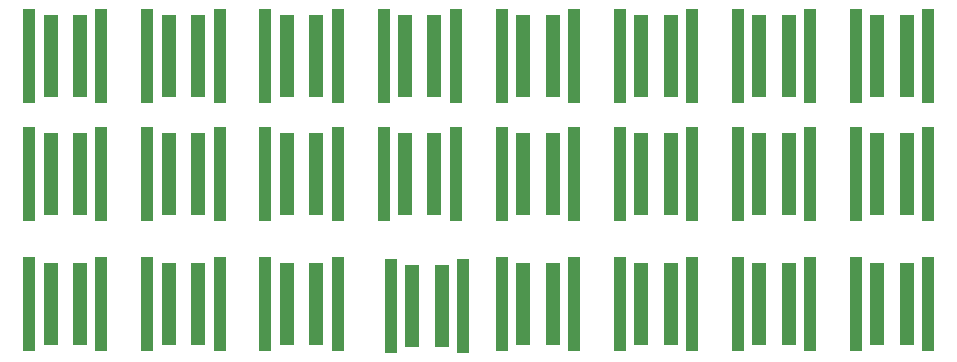
<source format=gbp>
G04*
G04 #@! TF.GenerationSoftware,Altium Limited,Altium Designer,20.2.6 (244)*
G04*
G04 Layer_Color=128*
%FSLAX25Y25*%
%MOIN*%
G70*
G04*
G04 #@! TF.SameCoordinates,E8620A35-0D5A-4ADE-AEDE-EDBF8206D9B1*
G04*
G04*
G04 #@! TF.FilePolarity,Positive*
G04*
G01*
G75*
%ADD30R,0.04900X0.27600*%
%ADD31R,0.04300X0.31500*%
D30*
X394685Y262244D02*
D03*
X384842D02*
D03*
X394685Y218937D02*
D03*
X384842D02*
D03*
X276575Y262244D02*
D03*
X266732D02*
D03*
X276575Y218937D02*
D03*
X266732D02*
D03*
X237205D02*
D03*
X227362D02*
D03*
X315945Y262244D02*
D03*
X306102D02*
D03*
X315945Y301614D02*
D03*
X306102D02*
D03*
X276575D02*
D03*
X266732D02*
D03*
X237205D02*
D03*
X227362D02*
D03*
X197835Y218937D02*
D03*
X187992D02*
D03*
X237205Y262244D02*
D03*
X227362D02*
D03*
X434055Y218937D02*
D03*
X424213D02*
D03*
X434055Y262244D02*
D03*
X424213D02*
D03*
X473425Y218937D02*
D03*
X463583D02*
D03*
X394685Y301614D02*
D03*
X384842D02*
D03*
X355315D02*
D03*
X345472D02*
D03*
X473425Y262244D02*
D03*
X463583D02*
D03*
X473425Y301614D02*
D03*
X463583D02*
D03*
X434055D02*
D03*
X424213D02*
D03*
X197835Y262244D02*
D03*
X187992D02*
D03*
X197835Y301614D02*
D03*
X187992D02*
D03*
X355315Y262244D02*
D03*
X345472D02*
D03*
X318321Y218226D02*
D03*
X308478D02*
D03*
X345472Y218937D02*
D03*
X355315D02*
D03*
D31*
X377736Y262244D02*
D03*
X401791D02*
D03*
X377736Y218937D02*
D03*
X401791D02*
D03*
X259626Y262244D02*
D03*
X283681D02*
D03*
X259626Y218937D02*
D03*
X283681D02*
D03*
X220256D02*
D03*
X244311D02*
D03*
X298996Y262244D02*
D03*
X323051D02*
D03*
X298996Y301614D02*
D03*
X323051D02*
D03*
X259626D02*
D03*
X283681D02*
D03*
X220256D02*
D03*
X244311D02*
D03*
X180886Y218937D02*
D03*
X204941D02*
D03*
X220256Y262244D02*
D03*
X244311D02*
D03*
X417106Y218937D02*
D03*
X441161D02*
D03*
X417106Y262244D02*
D03*
X441161D02*
D03*
X456476Y218937D02*
D03*
X480532D02*
D03*
X377736Y301614D02*
D03*
X401791D02*
D03*
X338366D02*
D03*
X362421D02*
D03*
X456476Y262244D02*
D03*
X480532D02*
D03*
X456476Y301614D02*
D03*
X480532D02*
D03*
X417106D02*
D03*
X441161D02*
D03*
X180886Y262244D02*
D03*
X204941D02*
D03*
X180886Y301614D02*
D03*
X204941D02*
D03*
X338366Y262244D02*
D03*
X362421D02*
D03*
X301372Y218226D02*
D03*
X325427D02*
D03*
X362421Y218937D02*
D03*
X338366D02*
D03*
M02*

</source>
